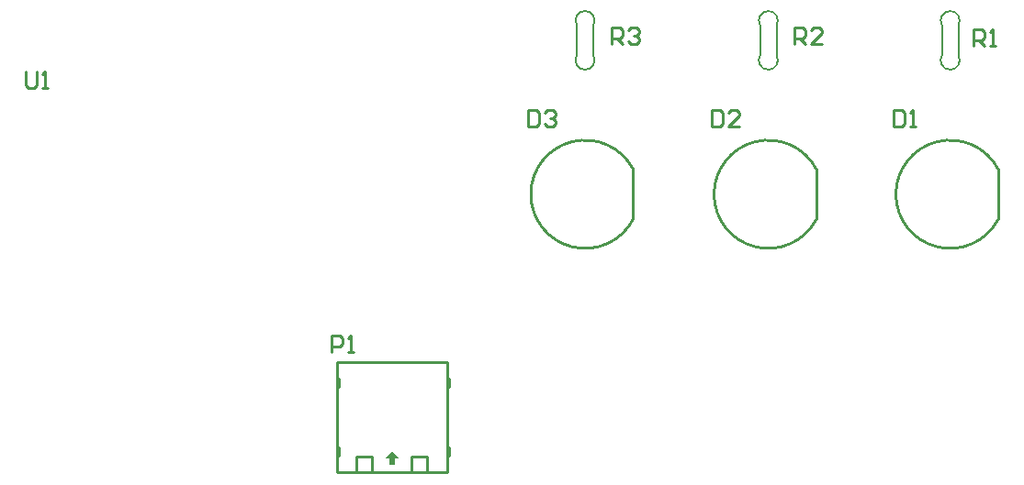
<source format=gto>
G04*
G04 #@! TF.GenerationSoftware,Altium Limited,Altium Designer,25.4.2 (15)*
G04*
G04 Layer_Color=65535*
%FSLAX44Y44*%
%MOMM*%
G71*
G04*
G04 #@! TF.SameCoordinates,C413FF29-5236-423E-A092-4D5EA2C1B9D4*
G04*
G04*
G04 #@! TF.FilePolarity,Positive*
G04*
G01*
G75*
%ADD10C,0.2032*%
%ADD11C,0.2540*%
G36*
X699770Y520700D02*
X693420Y514350D01*
X697230D01*
Y508000D01*
X702310D01*
Y514350D01*
X706120D01*
X699770Y520700D01*
D02*
G37*
D10*
X885190Y914400D02*
G03*
X869950Y914400I-7620J4305D01*
G01*
Y886460D02*
G03*
X885190Y886460I7620J-4445D01*
G01*
X1054100Y914400D02*
G03*
X1038860Y914400I-7620J4305D01*
G01*
Y886460D02*
G03*
X1054100Y886460I7620J-4445D01*
G01*
X1221740Y914400D02*
G03*
X1206500Y914400I-7620J4305D01*
G01*
Y886460D02*
G03*
X1221740Y886460I7620J-4445D01*
G01*
X869950D02*
Y914400D01*
X885190Y886460D02*
Y914400D01*
X1038860Y886460D02*
Y914400D01*
X1054100Y886460D02*
Y914400D01*
X1206500Y886460D02*
Y914400D01*
X1221740Y886460D02*
Y914400D01*
D11*
X1090758Y781418D02*
G03*
X1090758Y734965I-44278J-23227D01*
G01*
X1258398Y781418D02*
G03*
X1258398Y734965I-44278J-23227D01*
G01*
X921848Y781418D02*
G03*
X921848Y734965I-44278J-23227D01*
G01*
X751840Y516890D02*
Y524510D01*
Y580390D02*
Y588010D01*
X650240Y516890D02*
Y524510D01*
X750570Y501650D02*
Y603250D01*
X650240Y580390D02*
Y588010D01*
X731520Y501650D02*
Y515620D01*
X717550D02*
X731520D01*
X717550Y501650D02*
Y515620D01*
X680720Y501650D02*
Y515620D01*
X666750D02*
X680720D01*
X666750Y501650D02*
Y515620D01*
X648970Y603250D02*
X750570D01*
X648970Y501650D02*
Y603250D01*
Y501650D02*
X750570D01*
X1090880Y734890D02*
Y781490D01*
X1258520Y734890D02*
Y781490D01*
X921970Y734890D02*
Y781490D01*
X901704Y896622D02*
Y911858D01*
X909322D01*
X911861Y909318D01*
Y904240D01*
X909322Y901701D01*
X901704D01*
X906783D02*
X911861Y896622D01*
X916939Y909318D02*
X919478Y911858D01*
X924557D01*
X927096Y909318D01*
Y906779D01*
X924557Y904240D01*
X922018D01*
X924557D01*
X927096Y901701D01*
Y899162D01*
X924557Y896622D01*
X919478D01*
X916939Y899162D01*
X1070614Y896622D02*
Y911858D01*
X1078232D01*
X1080771Y909318D01*
Y904240D01*
X1078232Y901701D01*
X1070614D01*
X1075693D02*
X1080771Y896622D01*
X1096006D02*
X1085849D01*
X1096006Y906779D01*
Y909318D01*
X1093467Y911858D01*
X1088388D01*
X1085849Y909318D01*
X1235713Y895352D02*
Y910587D01*
X1243331D01*
X1245870Y908048D01*
Y902970D01*
X1243331Y900431D01*
X1235713D01*
X1240792D02*
X1245870Y895352D01*
X1250948D02*
X1256027D01*
X1253488D01*
Y910587D01*
X1250948Y908048D01*
X361953Y871217D02*
Y858522D01*
X364492Y855983D01*
X369571D01*
X372110Y858522D01*
Y871217D01*
X377188Y855983D02*
X382267D01*
X379728D01*
Y871217D01*
X377188Y868678D01*
X644017Y612267D02*
Y627502D01*
X651635D01*
X654174Y624963D01*
Y619884D01*
X651635Y617345D01*
X644017D01*
X659252Y612267D02*
X664330D01*
X661791D01*
Y627502D01*
X659252Y624963D01*
X994029Y836036D02*
Y820801D01*
X1001646D01*
X1004186Y823340D01*
Y833497D01*
X1001646Y836036D01*
X994029D01*
X1019421Y820801D02*
X1009264D01*
X1019421Y830958D01*
Y833497D01*
X1016882Y836036D01*
X1011803D01*
X1009264Y833497D01*
X1161669Y836036D02*
Y820801D01*
X1169286D01*
X1171826Y823340D01*
Y833497D01*
X1169286Y836036D01*
X1161669D01*
X1176904Y820801D02*
X1181982D01*
X1179443D01*
Y836036D01*
X1176904Y833497D01*
X825119Y836036D02*
Y820801D01*
X832737D01*
X835276Y823340D01*
Y833497D01*
X832737Y836036D01*
X825119D01*
X840354Y833497D02*
X842893Y836036D01*
X847972D01*
X850511Y833497D01*
Y830958D01*
X847972Y828419D01*
X845432D01*
X847972D01*
X850511Y825879D01*
Y823340D01*
X847972Y820801D01*
X842893D01*
X840354Y823340D01*
M02*

</source>
